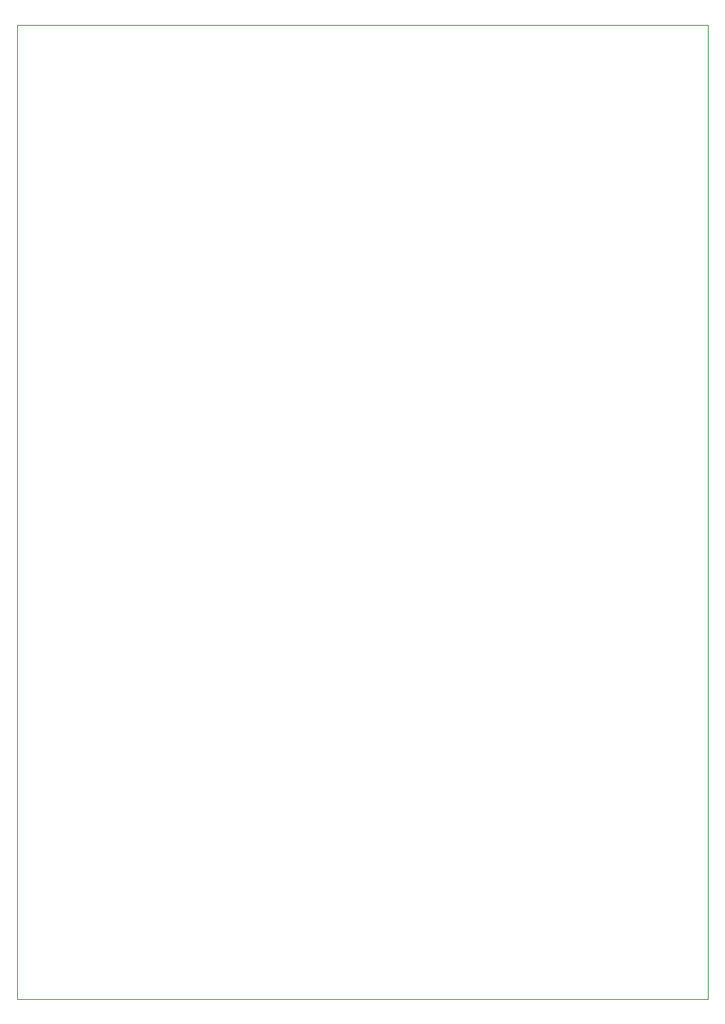
<source format=gm1>
G04 #@! TF.GenerationSoftware,KiCad,Pcbnew,8.0.3*
G04 #@! TF.CreationDate,2025-07-28T20:13:40+02:00*
G04 #@! TF.ProjectId,DC_minni,44435f6d-696e-46e6-992e-6b696361645f,rev?*
G04 #@! TF.SameCoordinates,Original*
G04 #@! TF.FileFunction,Profile,NP*
%FSLAX46Y46*%
G04 Gerber Fmt 4.6, Leading zero omitted, Abs format (unit mm)*
G04 Created by KiCad (PCBNEW 8.0.3) date 2025-07-28 20:13:40*
%MOMM*%
%LPD*%
G01*
G04 APERTURE LIST*
G04 #@! TA.AperFunction,Profile*
%ADD10C,0.038100*%
G04 #@! TD*
G04 APERTURE END LIST*
D10*
X272650000Y-74900000D02*
X197625000Y-74900000D01*
X272650000Y-180800000D02*
X272650000Y-74900000D01*
X197625000Y-180800000D02*
X272650000Y-180800000D01*
X197625000Y-74900000D02*
X197625000Y-180800000D01*
M02*

</source>
